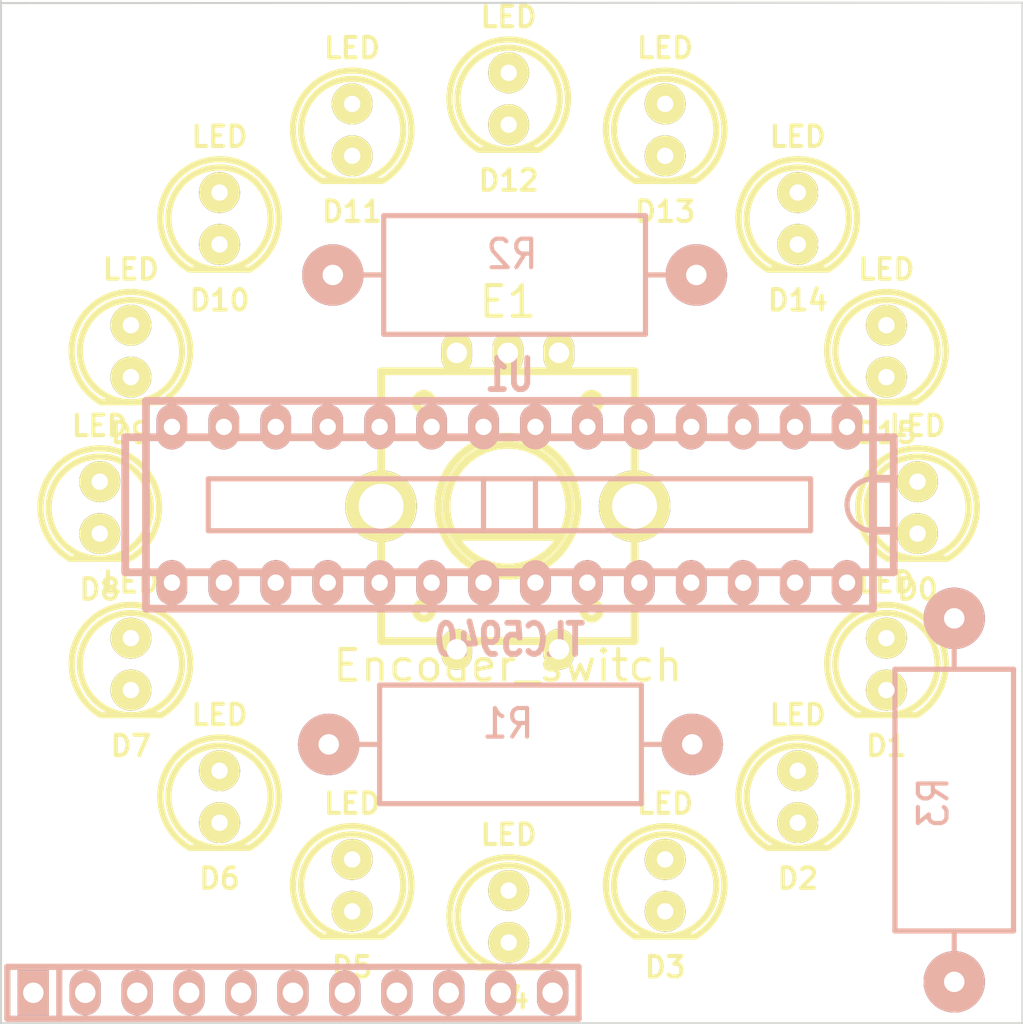
<source format=kicad_pcb>
(kicad_pcb (version 4) (host pcbnew 0.201506172246+5766~23~ubuntu14.04.1-product)

  (general
    (links 51)
    (no_connects 51)
    (area 36.539999 26.989999 86.600001 77.090001)
    (thickness 1.6)
    (drawings 6)
    (tracks 0)
    (zones 0)
    (modules 22)
    (nets 32)
  )

  (page A4)
  (layers
    (0 F.Cu signal hide)
    (31 B.Cu signal hide)
    (32 B.Adhes user hide)
    (33 F.Adhes user hide)
    (34 B.Paste user hide)
    (35 F.Paste user hide)
    (36 B.SilkS user hide)
    (37 F.SilkS user)
    (38 B.Mask user hide)
    (39 F.Mask user hide)
    (40 Dwgs.User user)
    (41 Cmts.User user)
    (42 Eco1.User user)
    (43 Eco2.User user)
    (44 Edge.Cuts user)
    (45 Margin user)
    (46 B.CrtYd user)
    (47 F.CrtYd user)
    (48 B.Fab user)
    (49 F.Fab user)
  )

  (setup
    (last_trace_width 0.25)
    (trace_clearance 0.2)
    (zone_clearance 0.508)
    (zone_45_only no)
    (trace_min 0.2)
    (segment_width 0.2)
    (edge_width 0.1)
    (via_size 0.6)
    (via_drill 0.4)
    (via_min_size 0.4)
    (via_min_drill 0.3)
    (uvia_size 0.3)
    (uvia_drill 0.1)
    (uvias_allowed no)
    (uvia_min_size 0.2)
    (uvia_min_drill 0.1)
    (pcb_text_width 0.3)
    (pcb_text_size 1.5 1.5)
    (mod_edge_width 0.15)
    (mod_text_size 1 1)
    (mod_text_width 0.15)
    (pad_size 1.5 1.5)
    (pad_drill 0.6)
    (pad_to_mask_clearance 0)
    (aux_axis_origin 0 0)
    (visible_elements FFFFF7FF)
    (pcbplotparams
      (layerselection 0x00030_80000001)
      (usegerberextensions false)
      (excludeedgelayer true)
      (linewidth 0.100000)
      (plotframeref false)
      (viasonmask false)
      (mode 1)
      (useauxorigin false)
      (hpglpennumber 1)
      (hpglpenspeed 20)
      (hpglpendiameter 15)
      (hpglpenoverlay 2)
      (psnegative false)
      (psa4output false)
      (plotreference true)
      (plotvalue true)
      (plotinvisibletext false)
      (padsonsilk false)
      (subtractmaskfromsilk false)
      (outputformat 1)
      (mirror false)
      (drillshape 1)
      (scaleselection 1)
      (outputdirectory ""))
  )

  (net 0 "")
  (net 1 "Net-(D2-Pad1)")
  (net 2 +5V)
  (net 3 "Net-(D3-Pad1)")
  (net 4 "Net-(D4-Pad1)")
  (net 5 "Net-(D5-Pad1)")
  (net 6 "Net-(D6-Pad1)")
  (net 7 "Net-(D7-Pad1)")
  (net 8 "Net-(D8-Pad1)")
  (net 9 "Net-(D9-Pad1)")
  (net 10 "Net-(D10-Pad1)")
  (net 11 "Net-(D11-Pad1)")
  (net 12 "Net-(D12-Pad1)")
  (net 13 "Net-(D13-Pad1)")
  (net 14 "Net-(D14-Pad1)")
  (net 15 "Net-(D15-Pad1)")
  (net 16 /ENC_A)
  (net 17 GNDREF)
  (net 18 /ENC_B)
  (net 19 /SIN)
  (net 20 /SOUT)
  (net 21 /GSCLK)
  (net 22 /BLANK)
  (net 23 /XLAT)
  (net 24 /SCLK)
  (net 25 /ENC_PB)
  (net 26 /VCC)
  (net 27 /GND)
  (net 28 "Net-(R2-Pad2)")
  (net 29 "Net-(D1-Pad1)")
  (net 30 "Net-(U1-Pad16)")
  (net 31 "Net-(D0-Pad1)")

  (net_class Default "This is the default net class."
    (clearance 0.2)
    (trace_width 0.25)
    (via_dia 0.6)
    (via_drill 0.4)
    (uvia_dia 0.3)
    (uvia_drill 0.1)
    (add_net +5V)
    (add_net /BLANK)
    (add_net /ENC_A)
    (add_net /ENC_B)
    (add_net /ENC_PB)
    (add_net /GND)
    (add_net /GSCLK)
    (add_net /SCLK)
    (add_net /SIN)
    (add_net /SOUT)
    (add_net /VCC)
    (add_net /XLAT)
    (add_net GNDREF)
    (add_net "Net-(D0-Pad1)")
    (add_net "Net-(D1-Pad1)")
    (add_net "Net-(D10-Pad1)")
    (add_net "Net-(D11-Pad1)")
    (add_net "Net-(D12-Pad1)")
    (add_net "Net-(D13-Pad1)")
    (add_net "Net-(D14-Pad1)")
    (add_net "Net-(D15-Pad1)")
    (add_net "Net-(D2-Pad1)")
    (add_net "Net-(D3-Pad1)")
    (add_net "Net-(D4-Pad1)")
    (add_net "Net-(D5-Pad1)")
    (add_net "Net-(D6-Pad1)")
    (add_net "Net-(D7-Pad1)")
    (add_net "Net-(D8-Pad1)")
    (add_net "Net-(D9-Pad1)")
    (add_net "Net-(R2-Pad2)")
    (add_net "Net-(U1-Pad16)")
  )

  (module w_indicators:led_5mm_red placed (layer F.Cu) (tedit 532D9A75) (tstamp 557B3396)
    (at 81.42 51.82)
    (descr "5mm red led")
    (tags led)
    (path /55721CB0)
    (fp_text reference D0 (at 0 4) (layer F.SilkS)
      (effects (font (size 1 1) (thickness 0.2)))
    )
    (fp_text value LED (at 0 -4) (layer F.SilkS)
      (effects (font (size 1 1) (thickness 0.2)))
    )
    (fp_line (start -1.47066 2.49936) (end 1.47066 2.49936) (layer F.SilkS) (width 0.29972))
    (fp_arc (start 0 0) (end 2.4892 -1.49098) (angle 90) (layer F.SilkS) (width 0.29972))
    (fp_arc (start 0 0) (end -1.47066 2.49936) (angle 90) (layer F.SilkS) (width 0.29972))
    (fp_arc (start 0 0) (end 0 -2.90068) (angle 90) (layer F.SilkS) (width 0.29972))
    (fp_arc (start 0 0) (end -2.90068 0) (angle 90) (layer F.SilkS) (width 0.29972))
    (fp_circle (center 0 0) (end -2.49936 0) (layer F.SilkS) (width 0.29972))
    (pad 1 thru_hole circle (at 0 -1.27) (size 1.99898 1.99898) (drill 0.8001) (layers *.Cu *.Mask F.SilkS)
      (net 31 "Net-(D0-Pad1)"))
    (pad 2 thru_hole circle (at 0 1.27) (size 1.99898 1.99898) (drill 0.8001) (layers *.Cu *.Mask F.SilkS)
      (net 2 +5V))
    (model walter/indicators/led_5mm_red.wrl
      (at (xyz 0 0 0))
      (scale (xyz 1 1 1))
      (rotate (xyz 0 0 0))
    )
  )

  (module w_indicators:led_5mm_red placed (layer F.Cu) (tedit 532D9A75) (tstamp 557B339C)
    (at 79.89759 59.473668)
    (descr "5mm red led")
    (tags led)
    (path /55721E92)
    (fp_text reference D1 (at 0 4) (layer F.SilkS)
      (effects (font (size 1 1) (thickness 0.2)))
    )
    (fp_text value LED (at 0 -4) (layer F.SilkS)
      (effects (font (size 1 1) (thickness 0.2)))
    )
    (fp_line (start -1.47066 2.49936) (end 1.47066 2.49936) (layer F.SilkS) (width 0.29972))
    (fp_arc (start 0 0) (end 2.4892 -1.49098) (angle 90) (layer F.SilkS) (width 0.29972))
    (fp_arc (start 0 0) (end -1.47066 2.49936) (angle 90) (layer F.SilkS) (width 0.29972))
    (fp_arc (start 0 0) (end 0 -2.90068) (angle 90) (layer F.SilkS) (width 0.29972))
    (fp_arc (start 0 0) (end -2.90068 0) (angle 90) (layer F.SilkS) (width 0.29972))
    (fp_circle (center 0 0) (end -2.49936 0) (layer F.SilkS) (width 0.29972))
    (pad 1 thru_hole circle (at 0 -1.27) (size 1.99898 1.99898) (drill 0.8001) (layers *.Cu *.Mask F.SilkS)
      (net 29 "Net-(D1-Pad1)"))
    (pad 2 thru_hole circle (at 0 1.27) (size 1.99898 1.99898) (drill 0.8001) (layers *.Cu *.Mask F.SilkS)
      (net 2 +5V))
    (model walter/indicators/led_5mm_red.wrl
      (at (xyz 0 0 0))
      (scale (xyz 1 1 1))
      (rotate (xyz 0 0 0))
    )
  )

  (module w_indicators:led_5mm_red placed (layer F.Cu) (tedit 532D9A75) (tstamp 557B33A2)
    (at 75.562135 65.962135)
    (descr "5mm red led")
    (tags led)
    (path /55721ECA)
    (fp_text reference D2 (at 0 4) (layer F.SilkS)
      (effects (font (size 1 1) (thickness 0.2)))
    )
    (fp_text value LED (at 0 -4) (layer F.SilkS)
      (effects (font (size 1 1) (thickness 0.2)))
    )
    (fp_line (start -1.47066 2.49936) (end 1.47066 2.49936) (layer F.SilkS) (width 0.29972))
    (fp_arc (start 0 0) (end 2.4892 -1.49098) (angle 90) (layer F.SilkS) (width 0.29972))
    (fp_arc (start 0 0) (end -1.47066 2.49936) (angle 90) (layer F.SilkS) (width 0.29972))
    (fp_arc (start 0 0) (end 0 -2.90068) (angle 90) (layer F.SilkS) (width 0.29972))
    (fp_arc (start 0 0) (end -2.90068 0) (angle 90) (layer F.SilkS) (width 0.29972))
    (fp_circle (center 0 0) (end -2.49936 0) (layer F.SilkS) (width 0.29972))
    (pad 1 thru_hole circle (at 0 -1.27) (size 1.99898 1.99898) (drill 0.8001) (layers *.Cu *.Mask F.SilkS)
      (net 1 "Net-(D2-Pad1)"))
    (pad 2 thru_hole circle (at 0 1.27) (size 1.99898 1.99898) (drill 0.8001) (layers *.Cu *.Mask F.SilkS)
      (net 2 +5V))
    (model walter/indicators/led_5mm_red.wrl
      (at (xyz 0 0 0))
      (scale (xyz 1 1 1))
      (rotate (xyz 0 0 0))
    )
  )

  (module w_indicators:led_5mm_red placed (layer F.Cu) (tedit 532D9A75) (tstamp 557B33A8)
    (at 69.073668 70.29759)
    (descr "5mm red led")
    (tags led)
    (path /55721F1A)
    (fp_text reference D3 (at 0 4) (layer F.SilkS)
      (effects (font (size 1 1) (thickness 0.2)))
    )
    (fp_text value LED (at 0 -4) (layer F.SilkS)
      (effects (font (size 1 1) (thickness 0.2)))
    )
    (fp_line (start -1.47066 2.49936) (end 1.47066 2.49936) (layer F.SilkS) (width 0.29972))
    (fp_arc (start 0 0) (end 2.4892 -1.49098) (angle 90) (layer F.SilkS) (width 0.29972))
    (fp_arc (start 0 0) (end -1.47066 2.49936) (angle 90) (layer F.SilkS) (width 0.29972))
    (fp_arc (start 0 0) (end 0 -2.90068) (angle 90) (layer F.SilkS) (width 0.29972))
    (fp_arc (start 0 0) (end -2.90068 0) (angle 90) (layer F.SilkS) (width 0.29972))
    (fp_circle (center 0 0) (end -2.49936 0) (layer F.SilkS) (width 0.29972))
    (pad 1 thru_hole circle (at 0 -1.27) (size 1.99898 1.99898) (drill 0.8001) (layers *.Cu *.Mask F.SilkS)
      (net 3 "Net-(D3-Pad1)"))
    (pad 2 thru_hole circle (at 0 1.27) (size 1.99898 1.99898) (drill 0.8001) (layers *.Cu *.Mask F.SilkS)
      (net 2 +5V))
    (model walter/indicators/led_5mm_red.wrl
      (at (xyz 0 0 0))
      (scale (xyz 1 1 1))
      (rotate (xyz 0 0 0))
    )
  )

  (module w_indicators:led_5mm_red placed (layer F.Cu) (tedit 532D9A75) (tstamp 557B33AE)
    (at 61.42 71.82)
    (descr "5mm red led")
    (tags led)
    (path /55722102)
    (fp_text reference D4 (at 0 4) (layer F.SilkS)
      (effects (font (size 1 1) (thickness 0.2)))
    )
    (fp_text value LED (at 0 -4) (layer F.SilkS)
      (effects (font (size 1 1) (thickness 0.2)))
    )
    (fp_line (start -1.47066 2.49936) (end 1.47066 2.49936) (layer F.SilkS) (width 0.29972))
    (fp_arc (start 0 0) (end 2.4892 -1.49098) (angle 90) (layer F.SilkS) (width 0.29972))
    (fp_arc (start 0 0) (end -1.47066 2.49936) (angle 90) (layer F.SilkS) (width 0.29972))
    (fp_arc (start 0 0) (end 0 -2.90068) (angle 90) (layer F.SilkS) (width 0.29972))
    (fp_arc (start 0 0) (end -2.90068 0) (angle 90) (layer F.SilkS) (width 0.29972))
    (fp_circle (center 0 0) (end -2.49936 0) (layer F.SilkS) (width 0.29972))
    (pad 1 thru_hole circle (at 0 -1.27) (size 1.99898 1.99898) (drill 0.8001) (layers *.Cu *.Mask F.SilkS)
      (net 4 "Net-(D4-Pad1)"))
    (pad 2 thru_hole circle (at 0 1.27) (size 1.99898 1.99898) (drill 0.8001) (layers *.Cu *.Mask F.SilkS)
      (net 2 +5V))
    (model walter/indicators/led_5mm_red.wrl
      (at (xyz 0 0 0))
      (scale (xyz 1 1 1))
      (rotate (xyz 0 0 0))
    )
  )

  (module w_indicators:led_5mm_red placed (layer F.Cu) (tedit 532D9A75) (tstamp 557B33B4)
    (at 53.766332 70.29759)
    (descr "5mm red led")
    (tags led)
    (path /55722108)
    (fp_text reference D5 (at 0 4) (layer F.SilkS)
      (effects (font (size 1 1) (thickness 0.2)))
    )
    (fp_text value LED (at 0 -4) (layer F.SilkS)
      (effects (font (size 1 1) (thickness 0.2)))
    )
    (fp_line (start -1.47066 2.49936) (end 1.47066 2.49936) (layer F.SilkS) (width 0.29972))
    (fp_arc (start 0 0) (end 2.4892 -1.49098) (angle 90) (layer F.SilkS) (width 0.29972))
    (fp_arc (start 0 0) (end -1.47066 2.49936) (angle 90) (layer F.SilkS) (width 0.29972))
    (fp_arc (start 0 0) (end 0 -2.90068) (angle 90) (layer F.SilkS) (width 0.29972))
    (fp_arc (start 0 0) (end -2.90068 0) (angle 90) (layer F.SilkS) (width 0.29972))
    (fp_circle (center 0 0) (end -2.49936 0) (layer F.SilkS) (width 0.29972))
    (pad 1 thru_hole circle (at 0 -1.27) (size 1.99898 1.99898) (drill 0.8001) (layers *.Cu *.Mask F.SilkS)
      (net 5 "Net-(D5-Pad1)"))
    (pad 2 thru_hole circle (at 0 1.27) (size 1.99898 1.99898) (drill 0.8001) (layers *.Cu *.Mask F.SilkS)
      (net 2 +5V))
    (model walter/indicators/led_5mm_red.wrl
      (at (xyz 0 0 0))
      (scale (xyz 1 1 1))
      (rotate (xyz 0 0 0))
    )
  )

  (module w_indicators:led_5mm_red placed (layer F.Cu) (tedit 532D9A75) (tstamp 557B33BA)
    (at 47.277865 65.962135)
    (descr "5mm red led")
    (tags led)
    (path /5572210E)
    (fp_text reference D6 (at 0 4) (layer F.SilkS)
      (effects (font (size 1 1) (thickness 0.2)))
    )
    (fp_text value LED (at 0 -4) (layer F.SilkS)
      (effects (font (size 1 1) (thickness 0.2)))
    )
    (fp_line (start -1.47066 2.49936) (end 1.47066 2.49936) (layer F.SilkS) (width 0.29972))
    (fp_arc (start 0 0) (end 2.4892 -1.49098) (angle 90) (layer F.SilkS) (width 0.29972))
    (fp_arc (start 0 0) (end -1.47066 2.49936) (angle 90) (layer F.SilkS) (width 0.29972))
    (fp_arc (start 0 0) (end 0 -2.90068) (angle 90) (layer F.SilkS) (width 0.29972))
    (fp_arc (start 0 0) (end -2.90068 0) (angle 90) (layer F.SilkS) (width 0.29972))
    (fp_circle (center 0 0) (end -2.49936 0) (layer F.SilkS) (width 0.29972))
    (pad 1 thru_hole circle (at 0 -1.27) (size 1.99898 1.99898) (drill 0.8001) (layers *.Cu *.Mask F.SilkS)
      (net 6 "Net-(D6-Pad1)"))
    (pad 2 thru_hole circle (at 0 1.27) (size 1.99898 1.99898) (drill 0.8001) (layers *.Cu *.Mask F.SilkS)
      (net 2 +5V))
    (model walter/indicators/led_5mm_red.wrl
      (at (xyz 0 0 0))
      (scale (xyz 1 1 1))
      (rotate (xyz 0 0 0))
    )
  )

  (module w_indicators:led_5mm_red placed (layer F.Cu) (tedit 532D9A75) (tstamp 557B33C0)
    (at 42.94241 59.473668)
    (descr "5mm red led")
    (tags led)
    (path /55722114)
    (fp_text reference D7 (at 0 4) (layer F.SilkS)
      (effects (font (size 1 1) (thickness 0.2)))
    )
    (fp_text value LED (at 0 -4) (layer F.SilkS)
      (effects (font (size 1 1) (thickness 0.2)))
    )
    (fp_line (start -1.47066 2.49936) (end 1.47066 2.49936) (layer F.SilkS) (width 0.29972))
    (fp_arc (start 0 0) (end 2.4892 -1.49098) (angle 90) (layer F.SilkS) (width 0.29972))
    (fp_arc (start 0 0) (end -1.47066 2.49936) (angle 90) (layer F.SilkS) (width 0.29972))
    (fp_arc (start 0 0) (end 0 -2.90068) (angle 90) (layer F.SilkS) (width 0.29972))
    (fp_arc (start 0 0) (end -2.90068 0) (angle 90) (layer F.SilkS) (width 0.29972))
    (fp_circle (center 0 0) (end -2.49936 0) (layer F.SilkS) (width 0.29972))
    (pad 1 thru_hole circle (at 0 -1.27) (size 1.99898 1.99898) (drill 0.8001) (layers *.Cu *.Mask F.SilkS)
      (net 7 "Net-(D7-Pad1)"))
    (pad 2 thru_hole circle (at 0 1.27) (size 1.99898 1.99898) (drill 0.8001) (layers *.Cu *.Mask F.SilkS)
      (net 2 +5V))
    (model walter/indicators/led_5mm_red.wrl
      (at (xyz 0 0 0))
      (scale (xyz 1 1 1))
      (rotate (xyz 0 0 0))
    )
  )

  (module w_indicators:led_5mm_red placed (layer F.Cu) (tedit 532D9A75) (tstamp 557B33C6)
    (at 41.42 51.82)
    (descr "5mm red led")
    (tags led)
    (path /557226D2)
    (fp_text reference D8 (at 0 4) (layer F.SilkS)
      (effects (font (size 1 1) (thickness 0.2)))
    )
    (fp_text value LED (at 0 -4) (layer F.SilkS)
      (effects (font (size 1 1) (thickness 0.2)))
    )
    (fp_line (start -1.47066 2.49936) (end 1.47066 2.49936) (layer F.SilkS) (width 0.29972))
    (fp_arc (start 0 0) (end 2.4892 -1.49098) (angle 90) (layer F.SilkS) (width 0.29972))
    (fp_arc (start 0 0) (end -1.47066 2.49936) (angle 90) (layer F.SilkS) (width 0.29972))
    (fp_arc (start 0 0) (end 0 -2.90068) (angle 90) (layer F.SilkS) (width 0.29972))
    (fp_arc (start 0 0) (end -2.90068 0) (angle 90) (layer F.SilkS) (width 0.29972))
    (fp_circle (center 0 0) (end -2.49936 0) (layer F.SilkS) (width 0.29972))
    (pad 1 thru_hole circle (at 0 -1.27) (size 1.99898 1.99898) (drill 0.8001) (layers *.Cu *.Mask F.SilkS)
      (net 8 "Net-(D8-Pad1)"))
    (pad 2 thru_hole circle (at 0 1.27) (size 1.99898 1.99898) (drill 0.8001) (layers *.Cu *.Mask F.SilkS)
      (net 2 +5V))
    (model walter/indicators/led_5mm_red.wrl
      (at (xyz 0 0 0))
      (scale (xyz 1 1 1))
      (rotate (xyz 0 0 0))
    )
  )

  (module w_indicators:led_5mm_red placed (layer F.Cu) (tedit 532D9A75) (tstamp 557B33CC)
    (at 42.94241 44.166332)
    (descr "5mm red led")
    (tags led)
    (path /557226D8)
    (fp_text reference D9 (at 0 4) (layer F.SilkS)
      (effects (font (size 1 1) (thickness 0.2)))
    )
    (fp_text value LED (at 0 -4) (layer F.SilkS)
      (effects (font (size 1 1) (thickness 0.2)))
    )
    (fp_line (start -1.47066 2.49936) (end 1.47066 2.49936) (layer F.SilkS) (width 0.29972))
    (fp_arc (start 0 0) (end 2.4892 -1.49098) (angle 90) (layer F.SilkS) (width 0.29972))
    (fp_arc (start 0 0) (end -1.47066 2.49936) (angle 90) (layer F.SilkS) (width 0.29972))
    (fp_arc (start 0 0) (end 0 -2.90068) (angle 90) (layer F.SilkS) (width 0.29972))
    (fp_arc (start 0 0) (end -2.90068 0) (angle 90) (layer F.SilkS) (width 0.29972))
    (fp_circle (center 0 0) (end -2.49936 0) (layer F.SilkS) (width 0.29972))
    (pad 1 thru_hole circle (at 0 -1.27) (size 1.99898 1.99898) (drill 0.8001) (layers *.Cu *.Mask F.SilkS)
      (net 9 "Net-(D9-Pad1)"))
    (pad 2 thru_hole circle (at 0 1.27) (size 1.99898 1.99898) (drill 0.8001) (layers *.Cu *.Mask F.SilkS)
      (net 2 +5V))
    (model walter/indicators/led_5mm_red.wrl
      (at (xyz 0 0 0))
      (scale (xyz 1 1 1))
      (rotate (xyz 0 0 0))
    )
  )

  (module w_indicators:led_5mm_red placed (layer F.Cu) (tedit 532D9A75) (tstamp 557B33D2)
    (at 47.277865 37.677865)
    (descr "5mm red led")
    (tags led)
    (path /557226DE)
    (fp_text reference D10 (at 0 4) (layer F.SilkS)
      (effects (font (size 1 1) (thickness 0.2)))
    )
    (fp_text value LED (at 0 -4) (layer F.SilkS)
      (effects (font (size 1 1) (thickness 0.2)))
    )
    (fp_line (start -1.47066 2.49936) (end 1.47066 2.49936) (layer F.SilkS) (width 0.29972))
    (fp_arc (start 0 0) (end 2.4892 -1.49098) (angle 90) (layer F.SilkS) (width 0.29972))
    (fp_arc (start 0 0) (end -1.47066 2.49936) (angle 90) (layer F.SilkS) (width 0.29972))
    (fp_arc (start 0 0) (end 0 -2.90068) (angle 90) (layer F.SilkS) (width 0.29972))
    (fp_arc (start 0 0) (end -2.90068 0) (angle 90) (layer F.SilkS) (width 0.29972))
    (fp_circle (center 0 0) (end -2.49936 0) (layer F.SilkS) (width 0.29972))
    (pad 1 thru_hole circle (at 0 -1.27) (size 1.99898 1.99898) (drill 0.8001) (layers *.Cu *.Mask F.SilkS)
      (net 10 "Net-(D10-Pad1)"))
    (pad 2 thru_hole circle (at 0 1.27) (size 1.99898 1.99898) (drill 0.8001) (layers *.Cu *.Mask F.SilkS)
      (net 2 +5V))
    (model walter/indicators/led_5mm_red.wrl
      (at (xyz 0 0 0))
      (scale (xyz 1 1 1))
      (rotate (xyz 0 0 0))
    )
  )

  (module w_indicators:led_5mm_red placed (layer F.Cu) (tedit 532D9A75) (tstamp 557B33D8)
    (at 53.766332 33.34241)
    (descr "5mm red led")
    (tags led)
    (path /557226E4)
    (fp_text reference D11 (at 0 4) (layer F.SilkS)
      (effects (font (size 1 1) (thickness 0.2)))
    )
    (fp_text value LED (at 0 -4) (layer F.SilkS)
      (effects (font (size 1 1) (thickness 0.2)))
    )
    (fp_line (start -1.47066 2.49936) (end 1.47066 2.49936) (layer F.SilkS) (width 0.29972))
    (fp_arc (start 0 0) (end 2.4892 -1.49098) (angle 90) (layer F.SilkS) (width 0.29972))
    (fp_arc (start 0 0) (end -1.47066 2.49936) (angle 90) (layer F.SilkS) (width 0.29972))
    (fp_arc (start 0 0) (end 0 -2.90068) (angle 90) (layer F.SilkS) (width 0.29972))
    (fp_arc (start 0 0) (end -2.90068 0) (angle 90) (layer F.SilkS) (width 0.29972))
    (fp_circle (center 0 0) (end -2.49936 0) (layer F.SilkS) (width 0.29972))
    (pad 1 thru_hole circle (at 0 -1.27) (size 1.99898 1.99898) (drill 0.8001) (layers *.Cu *.Mask F.SilkS)
      (net 11 "Net-(D11-Pad1)"))
    (pad 2 thru_hole circle (at 0 1.27) (size 1.99898 1.99898) (drill 0.8001) (layers *.Cu *.Mask F.SilkS)
      (net 2 +5V))
    (model walter/indicators/led_5mm_red.wrl
      (at (xyz 0 0 0))
      (scale (xyz 1 1 1))
      (rotate (xyz 0 0 0))
    )
  )

  (module w_indicators:led_5mm_red placed (layer F.Cu) (tedit 532D9A75) (tstamp 557B33DE)
    (at 61.42 31.82)
    (descr "5mm red led")
    (tags led)
    (path /557226EA)
    (fp_text reference D12 (at 0 4) (layer F.SilkS)
      (effects (font (size 1 1) (thickness 0.2)))
    )
    (fp_text value LED (at 0 -4) (layer F.SilkS)
      (effects (font (size 1 1) (thickness 0.2)))
    )
    (fp_line (start -1.47066 2.49936) (end 1.47066 2.49936) (layer F.SilkS) (width 0.29972))
    (fp_arc (start 0 0) (end 2.4892 -1.49098) (angle 90) (layer F.SilkS) (width 0.29972))
    (fp_arc (start 0 0) (end -1.47066 2.49936) (angle 90) (layer F.SilkS) (width 0.29972))
    (fp_arc (start 0 0) (end 0 -2.90068) (angle 90) (layer F.SilkS) (width 0.29972))
    (fp_arc (start 0 0) (end -2.90068 0) (angle 90) (layer F.SilkS) (width 0.29972))
    (fp_circle (center 0 0) (end -2.49936 0) (layer F.SilkS) (width 0.29972))
    (pad 1 thru_hole circle (at 0 -1.27) (size 1.99898 1.99898) (drill 0.8001) (layers *.Cu *.Mask F.SilkS)
      (net 12 "Net-(D12-Pad1)"))
    (pad 2 thru_hole circle (at 0 1.27) (size 1.99898 1.99898) (drill 0.8001) (layers *.Cu *.Mask F.SilkS)
      (net 2 +5V))
    (model walter/indicators/led_5mm_red.wrl
      (at (xyz 0 0 0))
      (scale (xyz 1 1 1))
      (rotate (xyz 0 0 0))
    )
  )

  (module w_indicators:led_5mm_red placed (layer F.Cu) (tedit 532D9A75) (tstamp 557B33E4)
    (at 69.073668 33.34241)
    (descr "5mm red led")
    (tags led)
    (path /557226F0)
    (fp_text reference D13 (at 0 4) (layer F.SilkS)
      (effects (font (size 1 1) (thickness 0.2)))
    )
    (fp_text value LED (at 0 -4) (layer F.SilkS)
      (effects (font (size 1 1) (thickness 0.2)))
    )
    (fp_line (start -1.47066 2.49936) (end 1.47066 2.49936) (layer F.SilkS) (width 0.29972))
    (fp_arc (start 0 0) (end 2.4892 -1.49098) (angle 90) (layer F.SilkS) (width 0.29972))
    (fp_arc (start 0 0) (end -1.47066 2.49936) (angle 90) (layer F.SilkS) (width 0.29972))
    (fp_arc (start 0 0) (end 0 -2.90068) (angle 90) (layer F.SilkS) (width 0.29972))
    (fp_arc (start 0 0) (end -2.90068 0) (angle 90) (layer F.SilkS) (width 0.29972))
    (fp_circle (center 0 0) (end -2.49936 0) (layer F.SilkS) (width 0.29972))
    (pad 1 thru_hole circle (at 0 -1.27) (size 1.99898 1.99898) (drill 0.8001) (layers *.Cu *.Mask F.SilkS)
      (net 13 "Net-(D13-Pad1)"))
    (pad 2 thru_hole circle (at 0 1.27) (size 1.99898 1.99898) (drill 0.8001) (layers *.Cu *.Mask F.SilkS)
      (net 2 +5V))
    (model walter/indicators/led_5mm_red.wrl
      (at (xyz 0 0 0))
      (scale (xyz 1 1 1))
      (rotate (xyz 0 0 0))
    )
  )

  (module w_indicators:led_5mm_red placed (layer F.Cu) (tedit 532D9A75) (tstamp 557B33EA)
    (at 75.562135 37.677865)
    (descr "5mm red led")
    (tags led)
    (path /557226F6)
    (fp_text reference D14 (at 0 4) (layer F.SilkS)
      (effects (font (size 1 1) (thickness 0.2)))
    )
    (fp_text value LED (at 0 -4) (layer F.SilkS)
      (effects (font (size 1 1) (thickness 0.2)))
    )
    (fp_line (start -1.47066 2.49936) (end 1.47066 2.49936) (layer F.SilkS) (width 0.29972))
    (fp_arc (start 0 0) (end 2.4892 -1.49098) (angle 90) (layer F.SilkS) (width 0.29972))
    (fp_arc (start 0 0) (end -1.47066 2.49936) (angle 90) (layer F.SilkS) (width 0.29972))
    (fp_arc (start 0 0) (end 0 -2.90068) (angle 90) (layer F.SilkS) (width 0.29972))
    (fp_arc (start 0 0) (end -2.90068 0) (angle 90) (layer F.SilkS) (width 0.29972))
    (fp_circle (center 0 0) (end -2.49936 0) (layer F.SilkS) (width 0.29972))
    (pad 1 thru_hole circle (at 0 -1.27) (size 1.99898 1.99898) (drill 0.8001) (layers *.Cu *.Mask F.SilkS)
      (net 14 "Net-(D14-Pad1)"))
    (pad 2 thru_hole circle (at 0 1.27) (size 1.99898 1.99898) (drill 0.8001) (layers *.Cu *.Mask F.SilkS)
      (net 2 +5V))
    (model walter/indicators/led_5mm_red.wrl
      (at (xyz 0 0 0))
      (scale (xyz 1 1 1))
      (rotate (xyz 0 0 0))
    )
  )

  (module w_indicators:led_5mm_red placed (layer F.Cu) (tedit 532D9A75) (tstamp 557B33F0)
    (at 79.89759 44.166332)
    (descr "5mm red led")
    (tags led)
    (path /557226FC)
    (fp_text reference D15 (at 0 4) (layer F.SilkS)
      (effects (font (size 1 1) (thickness 0.2)))
    )
    (fp_text value LED (at 0 -4) (layer F.SilkS)
      (effects (font (size 1 1) (thickness 0.2)))
    )
    (fp_line (start -1.47066 2.49936) (end 1.47066 2.49936) (layer F.SilkS) (width 0.29972))
    (fp_arc (start 0 0) (end 2.4892 -1.49098) (angle 90) (layer F.SilkS) (width 0.29972))
    (fp_arc (start 0 0) (end -1.47066 2.49936) (angle 90) (layer F.SilkS) (width 0.29972))
    (fp_arc (start 0 0) (end 0 -2.90068) (angle 90) (layer F.SilkS) (width 0.29972))
    (fp_arc (start 0 0) (end -2.90068 0) (angle 90) (layer F.SilkS) (width 0.29972))
    (fp_circle (center 0 0) (end -2.49936 0) (layer F.SilkS) (width 0.29972))
    (pad 1 thru_hole circle (at 0 -1.27) (size 1.99898 1.99898) (drill 0.8001) (layers *.Cu *.Mask F.SilkS)
      (net 15 "Net-(D15-Pad1)"))
    (pad 2 thru_hole circle (at 0 1.27) (size 1.99898 1.99898) (drill 0.8001) (layers *.Cu *.Mask F.SilkS)
      (net 2 +5V))
    (model walter/indicators/led_5mm_red.wrl
      (at (xyz 0 0 0))
      (scale (xyz 1 1 1))
      (rotate (xyz 0 0 0))
    )
  )

  (module w_misc_comp:encoder_alps-ec12d placed (layer F.Cu) (tedit 4ED293C1) (tstamp 557B33FB)
    (at 61.38 51.75 180)
    (descr "12mm rotary encoder, Alps EC12D")
    (tags encoder)
    (path /557763B8)
    (autoplace_cost180 10)
    (fp_text reference E1 (at 0 9.99998 180) (layer F.SilkS)
      (effects (font (size 1.50114 1.50114) (thickness 0.20066)))
    )
    (fp_text value Encoder_switch (at 0 -7.80034 180) (layer F.SilkS)
      (effects (font (size 1.50114 1.50114) (thickness 0.20066)))
    )
    (fp_circle (center 4.09956 5.10032) (end 4.50088 5.10032) (layer F.SilkS) (width 0.381))
    (fp_circle (center -4.09956 5.10032) (end -4.50088 5.10032) (layer F.SilkS) (width 0.381))
    (fp_circle (center 4.09956 -5.10032) (end 3.70078 -5.10032) (layer F.SilkS) (width 0.381))
    (fp_circle (center -4.09956 -5.10032) (end -4.50088 -5.10032) (layer F.SilkS) (width 0.381))
    (fp_line (start -2.60096 -1.50114) (end 2.60096 -1.50114) (layer F.SilkS) (width 0.381))
    (fp_circle (center 0 0) (end -2.99974 0) (layer F.SilkS) (width 0.381))
    (fp_circle (center 0 0) (end -3.40106 0) (layer F.SilkS) (width 0.381))
    (fp_line (start -6.20014 6.59892) (end 6.20014 6.59892) (layer F.SilkS) (width 0.381))
    (fp_line (start 6.20014 6.59892) (end 6.20014 -6.59892) (layer F.SilkS) (width 0.381))
    (fp_line (start 6.20014 -6.59892) (end -6.20014 -6.59892) (layer F.SilkS) (width 0.381))
    (fp_line (start -6.20014 -6.59892) (end -6.20014 6.59892) (layer F.SilkS) (width 0.381))
    (pad 1 thru_hole oval (at -2.49936 7.50062 180) (size 1.50114 1.99898) (drill 1.00076) (layers *.Cu *.Mask F.SilkS)
      (net 16 /ENC_A))
    (pad 2 thru_hole oval (at 0 7.50062 180) (size 1.50114 1.99898) (drill 1.00076) (layers *.Cu *.Mask F.SilkS)
      (net 17 GNDREF))
    (pad 3 thru_hole oval (at 2.49936 7.50062 180) (size 1.50114 1.99898) (drill 1.00076) (layers *.Cu *.Mask F.SilkS)
      (net 18 /ENC_B))
    (pad "" thru_hole circle (at -6.20014 0 180) (size 3.50012 3.50012) (drill 2.19964) (layers *.Cu *.Mask F.SilkS))
    (pad "" thru_hole circle (at 6.20014 0 180) (size 3.50012 3.50012) (drill 2.19964) (layers *.Cu *.Mask F.SilkS))
    (pad 5 thru_hole oval (at -2.49936 -7.00024 180) (size 1.50114 1.99898) (drill 1.00076) (layers *.Cu *.Mask F.SilkS)
      (net 25 /ENC_PB))
    (pad 4 thru_hole oval (at 2.49936 -7.00024 180) (size 1.50114 1.99898) (drill 1.00076) (layers *.Cu *.Mask F.SilkS)
      (net 17 GNDREF))
    (model walter/misc_comp/encoder_alps-ec12d.wrl
      (at (xyz 0 0 0))
      (scale (xyz 1 1 1))
      (rotate (xyz 0 0 0))
    )
  )

  (module w_pin_strip:pin_strip_11 placed (layer B.Cu) (tedit 4EF88ECC) (tstamp 557B340A)
    (at 50.87 75.55)
    (descr "Pin strip 11pin")
    (tags "CONN DEV")
    (path /557B4196)
    (fp_text reference P1 (at 0 2.159) (layer B.SilkS)
      (effects (font (size 1.016 1.016) (thickness 0.2032)) (justify mirror))
    )
    (fp_text value CONN_01X11 (at 0.254 3.556) (layer B.SilkS) hide
      (effects (font (size 1.016 0.889) (thickness 0.2032)) (justify mirror))
    )
    (fp_line (start -13.97 1.27) (end 13.97 1.27) (layer B.SilkS) (width 0.3048))
    (fp_line (start 13.97 1.27) (end 13.97 -1.27) (layer B.SilkS) (width 0.3048))
    (fp_line (start 13.97 -1.27) (end -13.97 -1.27) (layer B.SilkS) (width 0.3048))
    (fp_line (start -11.43 1.27) (end -11.43 -1.27) (layer B.SilkS) (width 0.3048))
    (fp_line (start -13.97 -1.27) (end -13.97 1.27) (layer B.SilkS) (width 0.3048))
    (pad 1 thru_hole rect (at -12.7 0) (size 1.524 2.19964) (drill 1.00076) (layers *.Cu *.Mask B.SilkS)
      (net 19 /SIN))
    (pad 2 thru_hole oval (at -10.16 0) (size 1.524 2.19964) (drill 1.00076) (layers *.Cu *.Mask B.SilkS)
      (net 20 /SOUT))
    (pad 3 thru_hole oval (at -7.62 0) (size 1.524 2.19964) (drill 1.00076) (layers *.Cu *.Mask B.SilkS)
      (net 21 /GSCLK))
    (pad 4 thru_hole oval (at -5.08 0) (size 1.524 2.19964) (drill 1.00076) (layers *.Cu *.Mask B.SilkS)
      (net 22 /BLANK))
    (pad 5 thru_hole oval (at -2.54 0) (size 1.524 2.19964) (drill 1.00076) (layers *.Cu *.Mask B.SilkS)
      (net 23 /XLAT))
    (pad 6 thru_hole oval (at 0 0) (size 1.524 2.19964) (drill 1.00076) (layers *.Cu *.Mask B.SilkS)
      (net 24 /SCLK))
    (pad 7 thru_hole oval (at 2.54 0) (size 1.524 2.19964) (drill 1.00076) (layers *.Cu *.Mask B.SilkS)
      (net 25 /ENC_PB))
    (pad 8 thru_hole oval (at 5.08 0) (size 1.524 2.19964) (drill 1.00076) (layers *.Cu *.Mask B.SilkS)
      (net 16 /ENC_A))
    (pad 9 thru_hole oval (at 7.62 0) (size 1.524 2.19964) (drill 1.00076) (layers *.Cu *.Mask B.SilkS)
      (net 18 /ENC_B))
    (pad 10 thru_hole oval (at 10.16 0) (size 1.524 2.19964) (drill 1.00076) (layers *.Cu *.Mask B.SilkS)
      (net 26 /VCC))
    (pad 11 thru_hole oval (at 12.7 0) (size 1.524 2.19964) (drill 1.00076) (layers *.Cu *.Mask B.SilkS)
      (net 27 /GND))
    (model walter/pin_strip/pin_strip_11.wrl
      (at (xyz 0 0 0))
      (scale (xyz 1 1 1))
      (rotate (xyz 0 0 0))
    )
  )

  (module w_pth_resistors:R12x5.2 placed (layer B.Cu) (tedit 4E4A3DC6) (tstamp 557B3410)
    (at 61.51 63.4 180)
    (descr "Resistor, 12x5.2 mm")
    (tags R)
    (path /55724E30)
    (autoplace_cost180 10)
    (fp_text reference R1 (at 0.127 1.016 180) (layer B.SilkS)
      (effects (font (size 1.397 1.27) (thickness 0.2032)) (justify mirror))
    )
    (fp_text value 10k (at 0 -1.016 180) (layer B.SilkS) hide
      (effects (font (size 1.397 1.27) (thickness 0.2032)) (justify mirror))
    )
    (fp_line (start -6.4008 2.90068) (end -6.4008 -2.90068) (layer B.SilkS) (width 0.254))
    (fp_line (start -6.4008 -2.90068) (end 6.4008 -2.90068) (layer B.SilkS) (width 0.254))
    (fp_line (start 6.4008 -2.90068) (end 6.4008 2.90068) (layer B.SilkS) (width 0.254))
    (fp_line (start 6.4008 2.90068) (end -6.4008 2.90068) (layer B.SilkS) (width 0.254))
    (fp_line (start 6.4516 0) (end 9.20242 0) (layer B.SilkS) (width 0.254))
    (fp_line (start -6.4516 0) (end -9.20242 0) (layer B.SilkS) (width 0.254))
    (pad 1 thru_hole circle (at -8.89 0 180) (size 2.99974 2.99974) (drill 1.00076) (layers *.Cu *.Mask B.SilkS)
      (net 22 /BLANK))
    (pad 2 thru_hole circle (at 8.89 0 180) (size 2.99974 2.99974) (drill 1.00076) (layers *.Cu *.Mask B.SilkS)
      (net 2 +5V))
    (model walter/pth_resistors/r12x5.2.wrl
      (at (xyz 0 0 0))
      (scale (xyz 1 1 1))
      (rotate (xyz 0 0 0))
    )
  )

  (module w_pth_resistors:R12x5.2 placed (layer B.Cu) (tedit 4E4A3DC6) (tstamp 557B3416)
    (at 61.71 40.44 180)
    (descr "Resistor, 12x5.2 mm")
    (tags R)
    (path /5572592D)
    (autoplace_cost180 10)
    (fp_text reference R2 (at 0.127 1.016 180) (layer B.SilkS)
      (effects (font (size 1.397 1.27) (thickness 0.2032)) (justify mirror))
    )
    (fp_text value 2.2k (at 0 -1.016 180) (layer B.SilkS) hide
      (effects (font (size 1.397 1.27) (thickness 0.2032)) (justify mirror))
    )
    (fp_line (start -6.4008 2.90068) (end -6.4008 -2.90068) (layer B.SilkS) (width 0.254))
    (fp_line (start -6.4008 -2.90068) (end 6.4008 -2.90068) (layer B.SilkS) (width 0.254))
    (fp_line (start 6.4008 -2.90068) (end 6.4008 2.90068) (layer B.SilkS) (width 0.254))
    (fp_line (start 6.4008 2.90068) (end -6.4008 2.90068) (layer B.SilkS) (width 0.254))
    (fp_line (start 6.4516 0) (end 9.20242 0) (layer B.SilkS) (width 0.254))
    (fp_line (start -6.4516 0) (end -9.20242 0) (layer B.SilkS) (width 0.254))
    (pad 1 thru_hole circle (at -8.89 0 180) (size 2.99974 2.99974) (drill 1.00076) (layers *.Cu *.Mask B.SilkS)
      (net 17 GNDREF))
    (pad 2 thru_hole circle (at 8.89 0 180) (size 2.99974 2.99974) (drill 1.00076) (layers *.Cu *.Mask B.SilkS)
      (net 28 "Net-(R2-Pad2)"))
    (model walter/pth_resistors/r12x5.2.wrl
      (at (xyz 0 0 0))
      (scale (xyz 1 1 1))
      (rotate (xyz 0 0 0))
    )
  )

  (module w_pth_resistors:R12x5.2 placed (layer B.Cu) (tedit 4E4A3DC6) (tstamp 557B341C)
    (at 83.215 66.125 270)
    (descr "Resistor, 12x5.2 mm")
    (tags R)
    (path /5577698F)
    (autoplace_cost180 10)
    (fp_text reference R3 (at 0.127 1.016 270) (layer B.SilkS)
      (effects (font (size 1.397 1.27) (thickness 0.2032)) (justify mirror))
    )
    (fp_text value 10k (at 0 -1.016 270) (layer B.SilkS) hide
      (effects (font (size 1.397 1.27) (thickness 0.2032)) (justify mirror))
    )
    (fp_line (start -6.4008 2.90068) (end -6.4008 -2.90068) (layer B.SilkS) (width 0.254))
    (fp_line (start -6.4008 -2.90068) (end 6.4008 -2.90068) (layer B.SilkS) (width 0.254))
    (fp_line (start 6.4008 -2.90068) (end 6.4008 2.90068) (layer B.SilkS) (width 0.254))
    (fp_line (start 6.4008 2.90068) (end -6.4008 2.90068) (layer B.SilkS) (width 0.254))
    (fp_line (start 6.4516 0) (end 9.20242 0) (layer B.SilkS) (width 0.254))
    (fp_line (start -6.4516 0) (end -9.20242 0) (layer B.SilkS) (width 0.254))
    (pad 1 thru_hole circle (at -8.89 0 270) (size 2.99974 2.99974) (drill 1.00076) (layers *.Cu *.Mask B.SilkS)
      (net 2 +5V))
    (pad 2 thru_hole circle (at 8.89 0 270) (size 2.99974 2.99974) (drill 1.00076) (layers *.Cu *.Mask B.SilkS)
      (net 25 /ENC_PB))
    (model walter/pth_resistors/r12x5.2.wrl
      (at (xyz 0 0 0))
      (scale (xyz 1 1 1))
      (rotate (xyz 0 0 0))
    )
  )

  (module w_pth_circuits:dil_28-300_socket placed (layer B.Cu) (tedit 4E4CE305) (tstamp 557B343C)
    (at 61.46 51.68 180)
    (descr "IC, DIL28 x 0,3\", with socket")
    (tags DIL)
    (path /5571E63D)
    (fp_text reference U1 (at 0 6.35 180) (layer B.SilkS)
      (effects (font (size 1.524 1.143) (thickness 0.28702)) (justify mirror))
    )
    (fp_text value TLC5940 (at 0 -6.604 180) (layer B.SilkS)
      (effects (font (size 1.524 1.143) (thickness 0.28702)) (justify mirror))
    )
    (fp_line (start -17.78 5.08) (end 17.78 5.08) (layer B.SilkS) (width 0.381))
    (fp_line (start 18.796 3.302) (end -18.796 3.302) (layer B.SilkS) (width 0.381))
    (fp_line (start -17.78 -5.08) (end 17.78 -5.08) (layer B.SilkS) (width 0.381))
    (fp_line (start 18.796 -3.302) (end -18.796 -3.302) (layer B.SilkS) (width 0.381))
    (fp_line (start -14.732 -1.27) (end 14.732 -1.27) (layer B.SilkS) (width 0.254))
    (fp_line (start 14.732 1.27) (end -14.732 1.27) (layer B.SilkS) (width 0.254))
    (fp_line (start 1.27 1.27) (end 1.27 -1.27) (layer B.SilkS) (width 0.254))
    (fp_line (start -1.27 1.27) (end -1.27 -1.27) (layer B.SilkS) (width 0.254))
    (fp_line (start -17.78 1.27) (end -17.78 -1.27) (layer B.SilkS) (width 0.381))
    (fp_arc (start -17.78 0) (end -17.78 1.27) (angle -90) (layer B.SilkS) (width 0.254))
    (fp_arc (start -17.78 0) (end -16.51 0) (angle -90) (layer B.SilkS) (width 0.254))
    (fp_line (start -17.78 -1.27) (end -18.796 -1.27) (layer B.SilkS) (width 0.381))
    (fp_line (start -17.78 1.27) (end -18.796 1.27) (layer B.SilkS) (width 0.381))
    (fp_line (start -14.732 1.27) (end -14.732 -1.27) (layer B.SilkS) (width 0.254))
    (fp_line (start 14.732 -1.27) (end 14.732 1.27) (layer B.SilkS) (width 0.254))
    (fp_line (start 17.78 5.08) (end 17.78 -5.08) (layer B.SilkS) (width 0.381))
    (fp_line (start -17.78 -5.08) (end -17.78 5.08) (layer B.SilkS) (width 0.381))
    (fp_line (start 18.796 3.302) (end 18.796 -3.302) (layer B.SilkS) (width 0.381))
    (fp_line (start -18.796 -3.302) (end -18.796 3.302) (layer B.SilkS) (width 0.381))
    (pad 1 thru_hole oval (at -16.51 -3.81 180) (size 1.50114 2.19964) (drill 0.8001) (layers *.Cu *.Mask B.SilkS)
      (net 29 "Net-(D1-Pad1)"))
    (pad 2 thru_hole oval (at -13.97 -3.81 180) (size 1.50114 2.19964) (drill 0.8001) (layers *.Cu *.Mask B.SilkS)
      (net 1 "Net-(D2-Pad1)"))
    (pad 3 thru_hole oval (at -11.43 -3.81 180) (size 1.50114 2.19964) (drill 0.8001) (layers *.Cu *.Mask B.SilkS)
      (net 3 "Net-(D3-Pad1)"))
    (pad 4 thru_hole oval (at -8.89 -3.81 180) (size 1.50114 2.19964) (drill 0.8001) (layers *.Cu *.Mask B.SilkS)
      (net 4 "Net-(D4-Pad1)"))
    (pad 5 thru_hole oval (at -6.35 -3.81 180) (size 1.50114 2.19964) (drill 0.8001) (layers *.Cu *.Mask B.SilkS)
      (net 5 "Net-(D5-Pad1)"))
    (pad 6 thru_hole oval (at -3.81 -3.81 180) (size 1.50114 2.19964) (drill 0.8001) (layers *.Cu *.Mask B.SilkS)
      (net 6 "Net-(D6-Pad1)"))
    (pad 7 thru_hole oval (at -1.27 -3.81 180) (size 1.50114 2.19964) (drill 0.8001) (layers *.Cu *.Mask B.SilkS)
      (net 7 "Net-(D7-Pad1)"))
    (pad 8 thru_hole oval (at 1.27 -3.81 180) (size 1.50114 2.19964) (drill 0.8001) (layers *.Cu *.Mask B.SilkS)
      (net 8 "Net-(D8-Pad1)"))
    (pad 9 thru_hole oval (at 3.81 -3.81 180) (size 1.50114 2.19964) (drill 0.8001) (layers *.Cu *.Mask B.SilkS)
      (net 9 "Net-(D9-Pad1)"))
    (pad 10 thru_hole oval (at 6.35 -3.81 180) (size 1.50114 2.19964) (drill 0.8001) (layers *.Cu *.Mask B.SilkS)
      (net 10 "Net-(D10-Pad1)"))
    (pad 11 thru_hole oval (at 8.89 -3.81 180) (size 1.50114 2.19964) (drill 0.8001) (layers *.Cu *.Mask B.SilkS)
      (net 11 "Net-(D11-Pad1)"))
    (pad 12 thru_hole oval (at 11.43 -3.81 180) (size 1.50114 2.19964) (drill 0.8001) (layers *.Cu *.Mask B.SilkS)
      (net 12 "Net-(D12-Pad1)"))
    (pad 13 thru_hole oval (at 13.97 -3.81 180) (size 1.50114 2.19964) (drill 0.8001) (layers *.Cu *.Mask B.SilkS)
      (net 13 "Net-(D13-Pad1)"))
    (pad 14 thru_hole oval (at 16.51 -3.81 180) (size 1.50114 2.19964) (drill 0.8001) (layers *.Cu *.Mask B.SilkS)
      (net 14 "Net-(D14-Pad1)"))
    (pad 15 thru_hole oval (at 16.51 3.81 180) (size 1.50114 2.19964) (drill 0.8001) (layers *.Cu *.Mask B.SilkS)
      (net 15 "Net-(D15-Pad1)"))
    (pad 16 thru_hole oval (at 13.97 3.81 180) (size 1.50114 2.19964) (drill 0.8001) (layers *.Cu *.Mask B.SilkS)
      (net 30 "Net-(U1-Pad16)"))
    (pad 17 thru_hole oval (at 11.43 3.81 180) (size 1.50114 2.19964) (drill 0.8001) (layers *.Cu *.Mask B.SilkS)
      (net 20 /SOUT))
    (pad 18 thru_hole oval (at 8.89 3.81 180) (size 1.50114 2.19964) (drill 0.8001) (layers *.Cu *.Mask B.SilkS)
      (net 21 /GSCLK))
    (pad 19 thru_hole oval (at 6.35 3.81 180) (size 1.50114 2.19964) (drill 0.8001) (layers *.Cu *.Mask B.SilkS)
      (net 2 +5V))
    (pad 20 thru_hole oval (at 3.81 3.81 180) (size 1.50114 2.19964) (drill 0.8001) (layers *.Cu *.Mask B.SilkS)
      (net 28 "Net-(R2-Pad2)"))
    (pad 21 thru_hole oval (at 1.27 3.81 180) (size 1.50114 2.19964) (drill 0.8001) (layers *.Cu *.Mask B.SilkS)
      (net 2 +5V))
    (pad 22 thru_hole oval (at -1.27 3.81 180) (size 1.50114 2.19964) (drill 0.8001) (layers *.Cu *.Mask B.SilkS)
      (net 17 GNDREF))
    (pad 23 thru_hole oval (at -3.81 3.81 180) (size 1.50114 2.19964) (drill 0.8001) (layers *.Cu *.Mask B.SilkS)
      (net 22 /BLANK))
    (pad 24 thru_hole oval (at -6.35 3.81 180) (size 1.50114 2.19964) (drill 0.8001) (layers *.Cu *.Mask B.SilkS)
      (net 23 /XLAT))
    (pad 25 thru_hole oval (at -8.89 3.81 180) (size 1.50114 2.19964) (drill 0.8001) (layers *.Cu *.Mask B.SilkS)
      (net 24 /SCLK))
    (pad 26 thru_hole oval (at -11.43 3.81 180) (size 1.50114 2.19964) (drill 0.8001) (layers *.Cu *.Mask B.SilkS)
      (net 19 /SIN))
    (pad 27 thru_hole oval (at -13.97 3.81 180) (size 1.50114 2.19964) (drill 0.8001) (layers *.Cu *.Mask B.SilkS)
      (net 17 GNDREF))
    (pad 28 thru_hole oval (at -16.51 3.81 180) (size 1.50114 2.19964) (drill 0.8001) (layers *.Cu *.Mask B.SilkS)
      (net 31 "Net-(D0-Pad1)"))
    (model walter/pth_circuits/dil_28-300_socket.wrl
      (at (xyz 0 0 0))
      (scale (xyz 1 1 1))
      (rotate (xyz 0 0 0))
    )
  )

  (gr_line (start 36.59 27.14) (end 36.59 27.14) (angle 90) (layer Edge.Cuts) (width 0.1))
  (gr_line (start 36.59 27.12) (end 36.59 27.14) (angle 90) (layer Edge.Cuts) (width 0.1))
  (gr_line (start 86.55 27.12) (end 36.59 27.14) (angle 90) (layer Edge.Cuts) (width 0.1))
  (gr_line (start 86.55 77.04) (end 86.55 27.14) (angle 90) (layer Edge.Cuts) (width 0.1))
  (gr_line (start 36.59 77.04) (end 86.55 77.04) (angle 90) (layer Edge.Cuts) (width 0.1))
  (gr_line (start 36.59 27.04) (end 36.59 77.04) (angle 90) (layer Edge.Cuts) (width 0.1))

)

</source>
